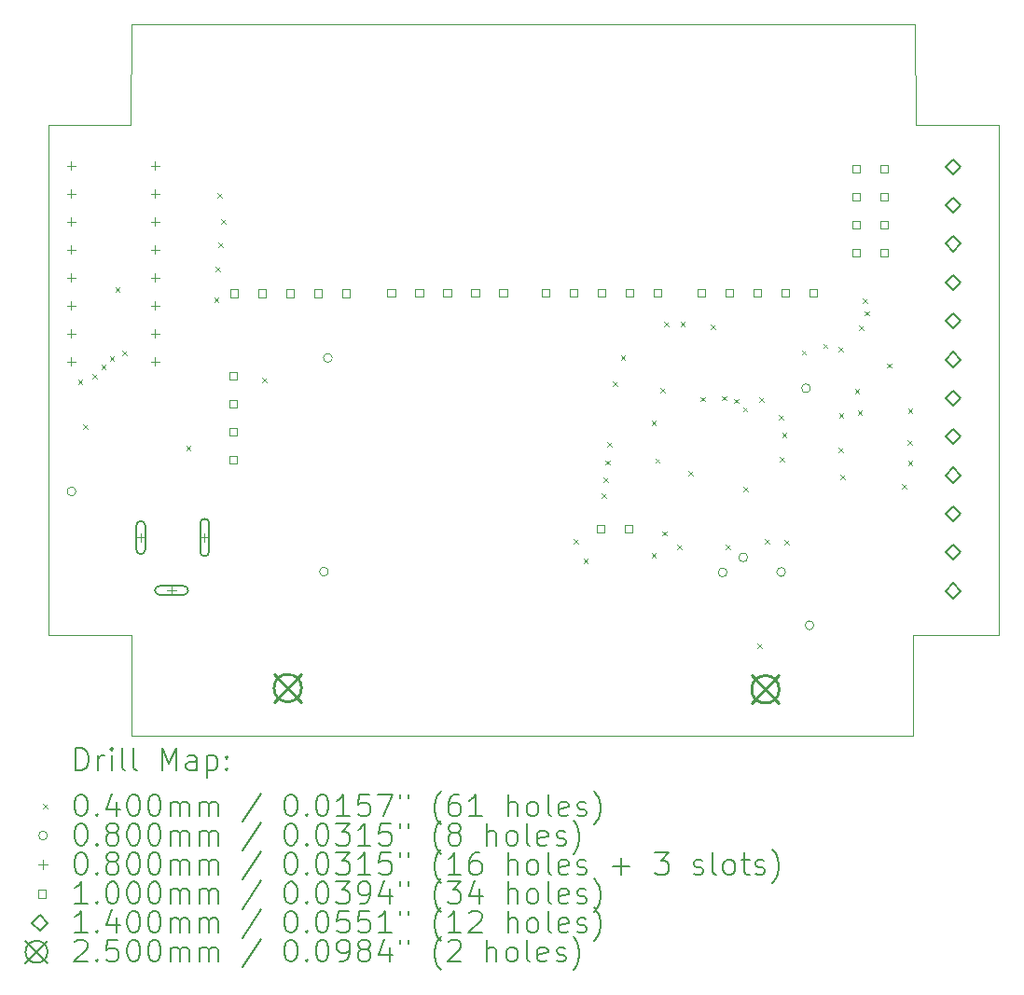
<source format=gbr>
%TF.GenerationSoftware,KiCad,Pcbnew,(6.0.10-0)*%
%TF.CreationDate,2023-01-26T22:23:55-06:00*%
%TF.ProjectId,spudglo_driver_v4p1,73707564-676c-46f5-9f64-72697665725f,rev?*%
%TF.SameCoordinates,Original*%
%TF.FileFunction,Drillmap*%
%TF.FilePolarity,Positive*%
%FSLAX45Y45*%
G04 Gerber Fmt 4.5, Leading zero omitted, Abs format (unit mm)*
G04 Created by KiCad (PCBNEW (6.0.10-0)) date 2023-01-26 22:23:55*
%MOMM*%
%LPD*%
G01*
G04 APERTURE LIST*
%ADD10C,0.100000*%
%ADD11C,0.200000*%
%ADD12C,0.040000*%
%ADD13C,0.080000*%
%ADD14C,0.140000*%
%ADD15C,0.250000*%
G04 APERTURE END LIST*
D10*
X20060000Y-8010000D02*
X20813510Y-8008078D01*
X20055520Y-7093780D02*
X20060000Y-8010000D01*
X12936540Y-8008620D02*
X12940000Y-7094000D01*
X20038310Y-12639000D02*
X20816300Y-12639000D01*
X20038310Y-12639000D02*
X20038310Y-13554000D01*
X12185000Y-12639922D02*
X12940000Y-12640000D01*
X12938570Y-13554000D02*
X12940000Y-12640000D01*
X12185000Y-8009000D02*
X12936540Y-8008620D01*
X20038310Y-13554000D02*
X12938570Y-13554000D01*
X20813510Y-8008078D02*
X20816300Y-12639000D01*
X12185000Y-12639922D02*
X12185000Y-8009000D01*
X12940000Y-7094000D02*
X20055520Y-7093780D01*
D11*
D12*
X12457000Y-10322000D02*
X12497000Y-10362000D01*
X12497000Y-10322000D02*
X12457000Y-10362000D01*
X12503000Y-10731000D02*
X12543000Y-10771000D01*
X12543000Y-10731000D02*
X12503000Y-10771000D01*
X12590000Y-10272000D02*
X12630000Y-10312000D01*
X12630000Y-10272000D02*
X12590000Y-10312000D01*
X12669000Y-10187000D02*
X12709000Y-10227000D01*
X12709000Y-10187000D02*
X12669000Y-10227000D01*
X12745500Y-10113500D02*
X12785500Y-10153500D01*
X12785500Y-10113500D02*
X12745500Y-10153500D01*
X12795000Y-9483000D02*
X12835000Y-9523000D01*
X12835000Y-9483000D02*
X12795000Y-9523000D01*
X12856000Y-10062000D02*
X12896000Y-10102000D01*
X12896000Y-10062000D02*
X12856000Y-10102000D01*
X13438000Y-10927000D02*
X13478000Y-10967000D01*
X13478000Y-10927000D02*
X13438000Y-10967000D01*
X13693000Y-9576000D02*
X13733000Y-9616000D01*
X13733000Y-9576000D02*
X13693000Y-9616000D01*
X13703500Y-9298500D02*
X13743500Y-9338500D01*
X13743500Y-9298500D02*
X13703500Y-9338500D01*
X13725000Y-8633000D02*
X13765000Y-8673000D01*
X13765000Y-8633000D02*
X13725000Y-8673000D01*
X13730000Y-9079000D02*
X13770000Y-9119000D01*
X13770000Y-9079000D02*
X13730000Y-9119000D01*
X13757000Y-8865000D02*
X13797000Y-8905000D01*
X13797000Y-8865000D02*
X13757000Y-8905000D01*
X14130000Y-10310000D02*
X14170000Y-10350000D01*
X14170000Y-10310000D02*
X14130000Y-10350000D01*
X16957000Y-11773000D02*
X16997000Y-11813000D01*
X16997000Y-11773000D02*
X16957000Y-11813000D01*
X17046000Y-11952000D02*
X17086000Y-11992000D01*
X17086000Y-11952000D02*
X17046000Y-11992000D01*
X17208000Y-11358000D02*
X17248000Y-11398000D01*
X17248000Y-11358000D02*
X17208000Y-11398000D01*
X17228000Y-11213000D02*
X17268000Y-11253000D01*
X17268000Y-11213000D02*
X17228000Y-11253000D01*
X17244000Y-11057000D02*
X17284000Y-11097000D01*
X17284000Y-11057000D02*
X17244000Y-11097000D01*
X17260000Y-10889000D02*
X17300000Y-10929000D01*
X17300000Y-10889000D02*
X17260000Y-10929000D01*
X17311000Y-10343000D02*
X17351000Y-10383000D01*
X17351000Y-10343000D02*
X17311000Y-10383000D01*
X17384000Y-10107000D02*
X17424000Y-10147000D01*
X17424000Y-10107000D02*
X17384000Y-10147000D01*
X17662680Y-11899320D02*
X17702680Y-11939320D01*
X17702680Y-11899320D02*
X17662680Y-11939320D01*
X17664000Y-10697000D02*
X17704000Y-10737000D01*
X17704000Y-10697000D02*
X17664000Y-10737000D01*
X17697000Y-11040000D02*
X17737000Y-11080000D01*
X17737000Y-11040000D02*
X17697000Y-11080000D01*
X17746000Y-10401000D02*
X17786000Y-10441000D01*
X17786000Y-10401000D02*
X17746000Y-10441000D01*
X17763000Y-11701000D02*
X17803000Y-11741000D01*
X17803000Y-11701000D02*
X17763000Y-11741000D01*
X17776093Y-9798844D02*
X17816093Y-9838844D01*
X17816093Y-9798844D02*
X17776093Y-9838844D01*
X17894000Y-11822000D02*
X17934000Y-11862000D01*
X17934000Y-11822000D02*
X17894000Y-11862000D01*
X17926000Y-9797429D02*
X17966000Y-9837429D01*
X17966000Y-9797429D02*
X17926000Y-9837429D01*
X18001069Y-11152932D02*
X18041069Y-11192931D01*
X18041069Y-11152932D02*
X18001069Y-11192931D01*
X18106500Y-10480500D02*
X18146500Y-10520500D01*
X18146500Y-10480500D02*
X18106500Y-10520500D01*
X18199000Y-9826000D02*
X18239000Y-9866000D01*
X18239000Y-9826000D02*
X18199000Y-9866000D01*
X18301000Y-10473000D02*
X18341000Y-10513000D01*
X18341000Y-10473000D02*
X18301000Y-10513000D01*
X18335000Y-11825000D02*
X18375000Y-11865000D01*
X18375000Y-11825000D02*
X18335000Y-11865000D01*
X18416000Y-10497000D02*
X18456000Y-10537000D01*
X18456000Y-10497000D02*
X18416000Y-10537000D01*
X18494000Y-10575000D02*
X18534000Y-10615000D01*
X18534000Y-10575000D02*
X18494000Y-10615000D01*
X18496000Y-11297000D02*
X18536000Y-11337000D01*
X18536000Y-11297000D02*
X18496000Y-11337000D01*
X18623000Y-12718000D02*
X18663000Y-12758000D01*
X18663000Y-12718000D02*
X18623000Y-12758000D01*
X18642000Y-10486000D02*
X18682000Y-10526000D01*
X18682000Y-10486000D02*
X18642000Y-10526000D01*
X18693000Y-11773000D02*
X18733000Y-11813000D01*
X18733000Y-11773000D02*
X18693000Y-11813000D01*
X18817000Y-10648000D02*
X18857000Y-10688000D01*
X18857000Y-10648000D02*
X18817000Y-10688000D01*
X18826500Y-11024500D02*
X18866500Y-11064500D01*
X18866500Y-11024500D02*
X18826500Y-11064500D01*
X18848000Y-10807000D02*
X18888000Y-10847000D01*
X18888000Y-10807000D02*
X18848000Y-10847000D01*
X18873000Y-11782000D02*
X18913000Y-11822000D01*
X18913000Y-11782000D02*
X18873000Y-11822000D01*
X19026000Y-10057000D02*
X19066000Y-10097000D01*
X19066000Y-10057000D02*
X19026000Y-10097000D01*
X19222000Y-9997000D02*
X19262000Y-10037000D01*
X19262000Y-9997000D02*
X19222000Y-10037000D01*
X19359000Y-10030000D02*
X19399000Y-10070000D01*
X19399000Y-10030000D02*
X19359000Y-10070000D01*
X19361000Y-10940000D02*
X19401000Y-10980000D01*
X19401000Y-10940000D02*
X19361000Y-10980000D01*
X19366000Y-10631000D02*
X19406000Y-10671000D01*
X19406000Y-10631000D02*
X19366000Y-10671000D01*
X19376000Y-11189000D02*
X19416000Y-11229000D01*
X19416000Y-11189000D02*
X19376000Y-11229000D01*
X19509000Y-10411000D02*
X19549000Y-10451000D01*
X19549000Y-10411000D02*
X19509000Y-10451000D01*
X19535000Y-10605000D02*
X19575000Y-10645000D01*
X19575000Y-10605000D02*
X19535000Y-10645000D01*
X19546000Y-9830000D02*
X19586000Y-9870000D01*
X19586000Y-9830000D02*
X19546000Y-9870000D01*
X19580981Y-9589337D02*
X19620981Y-9629337D01*
X19620981Y-9589337D02*
X19580981Y-9629337D01*
X19597000Y-9702000D02*
X19637000Y-9742000D01*
X19637000Y-9702000D02*
X19597000Y-9742000D01*
X19804000Y-10176000D02*
X19844000Y-10216000D01*
X19844000Y-10176000D02*
X19804000Y-10216000D01*
X19938000Y-11274000D02*
X19978000Y-11314000D01*
X19978000Y-11274000D02*
X19938000Y-11314000D01*
X19990000Y-10874000D02*
X20030000Y-10914000D01*
X20030000Y-10874000D02*
X19990000Y-10914000D01*
X19991000Y-11058000D02*
X20031000Y-11098000D01*
X20031000Y-11058000D02*
X19991000Y-11098000D01*
X19993000Y-10589000D02*
X20033000Y-10629000D01*
X20033000Y-10589000D02*
X19993000Y-10629000D01*
D13*
X12437000Y-11339000D02*
G75*
G03*
X12437000Y-11339000I-40000J0D01*
G01*
X14730000Y-12067000D02*
G75*
G03*
X14730000Y-12067000I-40000J0D01*
G01*
X14765000Y-10127000D02*
G75*
G03*
X14765000Y-10127000I-40000J0D01*
G01*
X18349000Y-12074000D02*
G75*
G03*
X18349000Y-12074000I-40000J0D01*
G01*
X18536000Y-11937000D02*
G75*
G03*
X18536000Y-11937000I-40000J0D01*
G01*
X18880000Y-12070000D02*
G75*
G03*
X18880000Y-12070000I-40000J0D01*
G01*
X19106000Y-10402000D02*
G75*
G03*
X19106000Y-10402000I-40000J0D01*
G01*
X19137000Y-12554000D02*
G75*
G03*
X19137000Y-12554000I-40000J0D01*
G01*
X12395200Y-8342000D02*
X12395200Y-8422000D01*
X12355200Y-8382000D02*
X12435200Y-8382000D01*
X12395200Y-8596000D02*
X12395200Y-8676000D01*
X12355200Y-8636000D02*
X12435200Y-8636000D01*
X12395200Y-8850000D02*
X12395200Y-8930000D01*
X12355200Y-8890000D02*
X12435200Y-8890000D01*
X12395200Y-9104000D02*
X12395200Y-9184000D01*
X12355200Y-9144000D02*
X12435200Y-9144000D01*
X12395200Y-9358000D02*
X12395200Y-9438000D01*
X12355200Y-9398000D02*
X12435200Y-9398000D01*
X12395200Y-9612000D02*
X12395200Y-9692000D01*
X12355200Y-9652000D02*
X12435200Y-9652000D01*
X12395200Y-9866000D02*
X12395200Y-9946000D01*
X12355200Y-9906000D02*
X12435200Y-9906000D01*
X12395200Y-10120000D02*
X12395200Y-10200000D01*
X12355200Y-10160000D02*
X12435200Y-10160000D01*
X13026500Y-11717000D02*
X13026500Y-11797000D01*
X12986500Y-11757000D02*
X13066500Y-11757000D01*
D11*
X12986500Y-11647000D02*
X12986500Y-11867000D01*
X13066500Y-11647000D02*
X13066500Y-11867000D01*
X12986500Y-11867000D02*
G75*
G03*
X13066500Y-11867000I40000J0D01*
G01*
X13066500Y-11647000D02*
G75*
G03*
X12986500Y-11647000I-40000J0D01*
G01*
D13*
X13157200Y-8342000D02*
X13157200Y-8422000D01*
X13117200Y-8382000D02*
X13197200Y-8382000D01*
X13157200Y-8596000D02*
X13157200Y-8676000D01*
X13117200Y-8636000D02*
X13197200Y-8636000D01*
X13157200Y-8850000D02*
X13157200Y-8930000D01*
X13117200Y-8890000D02*
X13197200Y-8890000D01*
X13157200Y-9104000D02*
X13157200Y-9184000D01*
X13117200Y-9144000D02*
X13197200Y-9144000D01*
X13157200Y-9358000D02*
X13157200Y-9438000D01*
X13117200Y-9398000D02*
X13197200Y-9398000D01*
X13157200Y-9612000D02*
X13157200Y-9692000D01*
X13117200Y-9652000D02*
X13197200Y-9652000D01*
X13157200Y-9866000D02*
X13157200Y-9946000D01*
X13117200Y-9906000D02*
X13197200Y-9906000D01*
X13157200Y-10120000D02*
X13157200Y-10200000D01*
X13117200Y-10160000D02*
X13197200Y-10160000D01*
X13306500Y-12197000D02*
X13306500Y-12277000D01*
X13266500Y-12237000D02*
X13346500Y-12237000D01*
D11*
X13196500Y-12277000D02*
X13416500Y-12277000D01*
X13196500Y-12197000D02*
X13416500Y-12197000D01*
X13416500Y-12277000D02*
G75*
G03*
X13416500Y-12197000I0J40000D01*
G01*
X13196500Y-12197000D02*
G75*
G03*
X13196500Y-12277000I0J-40000D01*
G01*
D13*
X13606500Y-11717000D02*
X13606500Y-11797000D01*
X13566500Y-11757000D02*
X13646500Y-11757000D01*
D11*
X13566500Y-11627000D02*
X13566500Y-11887000D01*
X13646500Y-11627000D02*
X13646500Y-11887000D01*
X13566500Y-11887000D02*
G75*
G03*
X13646500Y-11887000I40000J0D01*
G01*
X13646500Y-11627000D02*
G75*
G03*
X13566500Y-11627000I-40000J0D01*
G01*
D10*
X13899356Y-10322356D02*
X13899356Y-10251644D01*
X13828644Y-10251644D01*
X13828644Y-10322356D01*
X13899356Y-10322356D01*
X13899356Y-10576356D02*
X13899356Y-10505644D01*
X13828644Y-10505644D01*
X13828644Y-10576356D01*
X13899356Y-10576356D01*
X13899356Y-10830356D02*
X13899356Y-10759644D01*
X13828644Y-10759644D01*
X13828644Y-10830356D01*
X13899356Y-10830356D01*
X13899356Y-11084356D02*
X13899356Y-11013644D01*
X13828644Y-11013644D01*
X13828644Y-11084356D01*
X13899356Y-11084356D01*
X13909600Y-9575586D02*
X13909600Y-9504875D01*
X13838889Y-9504875D01*
X13838889Y-9575586D01*
X13909600Y-9575586D01*
X14163600Y-9575586D02*
X14163600Y-9504875D01*
X14092889Y-9504875D01*
X14092889Y-9575586D01*
X14163600Y-9575586D01*
X14417600Y-9575586D02*
X14417600Y-9504875D01*
X14346889Y-9504875D01*
X14346889Y-9575586D01*
X14417600Y-9575586D01*
X14671600Y-9575586D02*
X14671600Y-9504875D01*
X14600889Y-9504875D01*
X14600889Y-9575586D01*
X14671600Y-9575586D01*
X14925600Y-9575586D02*
X14925600Y-9504875D01*
X14854889Y-9504875D01*
X14854889Y-9575586D01*
X14925600Y-9575586D01*
X15335469Y-9573094D02*
X15335469Y-9502383D01*
X15264758Y-9502383D01*
X15264758Y-9573094D01*
X15335469Y-9573094D01*
X15589469Y-9573094D02*
X15589469Y-9502383D01*
X15518758Y-9502383D01*
X15518758Y-9573094D01*
X15589469Y-9573094D01*
X15843469Y-9573094D02*
X15843469Y-9502383D01*
X15772758Y-9502383D01*
X15772758Y-9573094D01*
X15843469Y-9573094D01*
X16097469Y-9573094D02*
X16097469Y-9502383D01*
X16026758Y-9502383D01*
X16026758Y-9573094D01*
X16097469Y-9573094D01*
X16351469Y-9573094D02*
X16351469Y-9502383D01*
X16280758Y-9502383D01*
X16280758Y-9573094D01*
X16351469Y-9573094D01*
X16735127Y-9570786D02*
X16735127Y-9500075D01*
X16664416Y-9500075D01*
X16664416Y-9570786D01*
X16735127Y-9570786D01*
X16989127Y-9570786D02*
X16989127Y-9500075D01*
X16918416Y-9500075D01*
X16918416Y-9570786D01*
X16989127Y-9570786D01*
X17238356Y-11713356D02*
X17238356Y-11642644D01*
X17167644Y-11642644D01*
X17167644Y-11713356D01*
X17238356Y-11713356D01*
X17243127Y-9570786D02*
X17243127Y-9500075D01*
X17172416Y-9500075D01*
X17172416Y-9570786D01*
X17243127Y-9570786D01*
X17492356Y-11713356D02*
X17492356Y-11642644D01*
X17421644Y-11642644D01*
X17421644Y-11713356D01*
X17492356Y-11713356D01*
X17497127Y-9570786D02*
X17497127Y-9500075D01*
X17426416Y-9500075D01*
X17426416Y-9570786D01*
X17497127Y-9570786D01*
X17751127Y-9570786D02*
X17751127Y-9500075D01*
X17680416Y-9500075D01*
X17680416Y-9570786D01*
X17751127Y-9570786D01*
X18149426Y-9569374D02*
X18149426Y-9498663D01*
X18078715Y-9498663D01*
X18078715Y-9569374D01*
X18149426Y-9569374D01*
X18403426Y-9569374D02*
X18403426Y-9498663D01*
X18332715Y-9498663D01*
X18332715Y-9569374D01*
X18403426Y-9569374D01*
X18657426Y-9569374D02*
X18657426Y-9498663D01*
X18586715Y-9498663D01*
X18586715Y-9569374D01*
X18657426Y-9569374D01*
X18911426Y-9569374D02*
X18911426Y-9498663D01*
X18840715Y-9498663D01*
X18840715Y-9569374D01*
X18911426Y-9569374D01*
X19165426Y-9569374D02*
X19165426Y-9498663D01*
X19094715Y-9498663D01*
X19094715Y-9569374D01*
X19165426Y-9569374D01*
X19555896Y-8442896D02*
X19555896Y-8372184D01*
X19485184Y-8372184D01*
X19485184Y-8442896D01*
X19555896Y-8442896D01*
X19555896Y-8696896D02*
X19555896Y-8626184D01*
X19485184Y-8626184D01*
X19485184Y-8696896D01*
X19555896Y-8696896D01*
X19555896Y-8950896D02*
X19555896Y-8880184D01*
X19485184Y-8880184D01*
X19485184Y-8950896D01*
X19555896Y-8950896D01*
X19555896Y-9204896D02*
X19555896Y-9134184D01*
X19485184Y-9134184D01*
X19485184Y-9204896D01*
X19555896Y-9204896D01*
X19809896Y-8442896D02*
X19809896Y-8372184D01*
X19739184Y-8372184D01*
X19739184Y-8442896D01*
X19809896Y-8442896D01*
X19809896Y-8696896D02*
X19809896Y-8626184D01*
X19739184Y-8626184D01*
X19739184Y-8696896D01*
X19809896Y-8696896D01*
X19809896Y-8950896D02*
X19809896Y-8880184D01*
X19739184Y-8880184D01*
X19739184Y-8950896D01*
X19809896Y-8950896D01*
X19809896Y-9204896D02*
X19809896Y-9134184D01*
X19739184Y-9134184D01*
X19739184Y-9204896D01*
X19809896Y-9204896D01*
D14*
X20401000Y-8461000D02*
X20471000Y-8391000D01*
X20401000Y-8321000D01*
X20331000Y-8391000D01*
X20401000Y-8461000D01*
X20401000Y-8811000D02*
X20471000Y-8741000D01*
X20401000Y-8671000D01*
X20331000Y-8741000D01*
X20401000Y-8811000D01*
X20401000Y-9161000D02*
X20471000Y-9091000D01*
X20401000Y-9021000D01*
X20331000Y-9091000D01*
X20401000Y-9161000D01*
X20401000Y-9511000D02*
X20471000Y-9441000D01*
X20401000Y-9371000D01*
X20331000Y-9441000D01*
X20401000Y-9511000D01*
X20401000Y-9861000D02*
X20471000Y-9791000D01*
X20401000Y-9721000D01*
X20331000Y-9791000D01*
X20401000Y-9861000D01*
X20401000Y-10211000D02*
X20471000Y-10141000D01*
X20401000Y-10071000D01*
X20331000Y-10141000D01*
X20401000Y-10211000D01*
X20401000Y-10561000D02*
X20471000Y-10491000D01*
X20401000Y-10421000D01*
X20331000Y-10491000D01*
X20401000Y-10561000D01*
X20401000Y-10911000D02*
X20471000Y-10841000D01*
X20401000Y-10771000D01*
X20331000Y-10841000D01*
X20401000Y-10911000D01*
X20401000Y-11261000D02*
X20471000Y-11191000D01*
X20401000Y-11121000D01*
X20331000Y-11191000D01*
X20401000Y-11261000D01*
X20401000Y-11611000D02*
X20471000Y-11541000D01*
X20401000Y-11471000D01*
X20331000Y-11541000D01*
X20401000Y-11611000D01*
X20401000Y-11961000D02*
X20471000Y-11891000D01*
X20401000Y-11821000D01*
X20331000Y-11891000D01*
X20401000Y-11961000D01*
X20401000Y-12311000D02*
X20471000Y-12241000D01*
X20401000Y-12171000D01*
X20331000Y-12241000D01*
X20401000Y-12311000D01*
D15*
X14236000Y-12999000D02*
X14486000Y-13249000D01*
X14486000Y-12999000D02*
X14236000Y-13249000D01*
X14486000Y-13124000D02*
G75*
G03*
X14486000Y-13124000I-125000J0D01*
G01*
X18572400Y-13010800D02*
X18822400Y-13260800D01*
X18822400Y-13010800D02*
X18572400Y-13260800D01*
X18822400Y-13135800D02*
G75*
G03*
X18822400Y-13135800I-125000J0D01*
G01*
D11*
X12437619Y-13869476D02*
X12437619Y-13669476D01*
X12485238Y-13669476D01*
X12513809Y-13679000D01*
X12532857Y-13698048D01*
X12542381Y-13717095D01*
X12551905Y-13755190D01*
X12551905Y-13783762D01*
X12542381Y-13821857D01*
X12532857Y-13840905D01*
X12513809Y-13859952D01*
X12485238Y-13869476D01*
X12437619Y-13869476D01*
X12637619Y-13869476D02*
X12637619Y-13736143D01*
X12637619Y-13774238D02*
X12647143Y-13755190D01*
X12656667Y-13745667D01*
X12675714Y-13736143D01*
X12694762Y-13736143D01*
X12761428Y-13869476D02*
X12761428Y-13736143D01*
X12761428Y-13669476D02*
X12751905Y-13679000D01*
X12761428Y-13688524D01*
X12770952Y-13679000D01*
X12761428Y-13669476D01*
X12761428Y-13688524D01*
X12885238Y-13869476D02*
X12866190Y-13859952D01*
X12856667Y-13840905D01*
X12856667Y-13669476D01*
X12990000Y-13869476D02*
X12970952Y-13859952D01*
X12961428Y-13840905D01*
X12961428Y-13669476D01*
X13218571Y-13869476D02*
X13218571Y-13669476D01*
X13285238Y-13812333D01*
X13351905Y-13669476D01*
X13351905Y-13869476D01*
X13532857Y-13869476D02*
X13532857Y-13764714D01*
X13523333Y-13745667D01*
X13504286Y-13736143D01*
X13466190Y-13736143D01*
X13447143Y-13745667D01*
X13532857Y-13859952D02*
X13513809Y-13869476D01*
X13466190Y-13869476D01*
X13447143Y-13859952D01*
X13437619Y-13840905D01*
X13437619Y-13821857D01*
X13447143Y-13802809D01*
X13466190Y-13793286D01*
X13513809Y-13793286D01*
X13532857Y-13783762D01*
X13628095Y-13736143D02*
X13628095Y-13936143D01*
X13628095Y-13745667D02*
X13647143Y-13736143D01*
X13685238Y-13736143D01*
X13704286Y-13745667D01*
X13713809Y-13755190D01*
X13723333Y-13774238D01*
X13723333Y-13831381D01*
X13713809Y-13850428D01*
X13704286Y-13859952D01*
X13685238Y-13869476D01*
X13647143Y-13869476D01*
X13628095Y-13859952D01*
X13809048Y-13850428D02*
X13818571Y-13859952D01*
X13809048Y-13869476D01*
X13799524Y-13859952D01*
X13809048Y-13850428D01*
X13809048Y-13869476D01*
X13809048Y-13745667D02*
X13818571Y-13755190D01*
X13809048Y-13764714D01*
X13799524Y-13755190D01*
X13809048Y-13745667D01*
X13809048Y-13764714D01*
D12*
X12140000Y-14179000D02*
X12180000Y-14219000D01*
X12180000Y-14179000D02*
X12140000Y-14219000D01*
D11*
X12475714Y-14089476D02*
X12494762Y-14089476D01*
X12513809Y-14099000D01*
X12523333Y-14108524D01*
X12532857Y-14127571D01*
X12542381Y-14165667D01*
X12542381Y-14213286D01*
X12532857Y-14251381D01*
X12523333Y-14270428D01*
X12513809Y-14279952D01*
X12494762Y-14289476D01*
X12475714Y-14289476D01*
X12456667Y-14279952D01*
X12447143Y-14270428D01*
X12437619Y-14251381D01*
X12428095Y-14213286D01*
X12428095Y-14165667D01*
X12437619Y-14127571D01*
X12447143Y-14108524D01*
X12456667Y-14099000D01*
X12475714Y-14089476D01*
X12628095Y-14270428D02*
X12637619Y-14279952D01*
X12628095Y-14289476D01*
X12618571Y-14279952D01*
X12628095Y-14270428D01*
X12628095Y-14289476D01*
X12809048Y-14156143D02*
X12809048Y-14289476D01*
X12761428Y-14079952D02*
X12713809Y-14222809D01*
X12837619Y-14222809D01*
X12951905Y-14089476D02*
X12970952Y-14089476D01*
X12990000Y-14099000D01*
X12999524Y-14108524D01*
X13009048Y-14127571D01*
X13018571Y-14165667D01*
X13018571Y-14213286D01*
X13009048Y-14251381D01*
X12999524Y-14270428D01*
X12990000Y-14279952D01*
X12970952Y-14289476D01*
X12951905Y-14289476D01*
X12932857Y-14279952D01*
X12923333Y-14270428D01*
X12913809Y-14251381D01*
X12904286Y-14213286D01*
X12904286Y-14165667D01*
X12913809Y-14127571D01*
X12923333Y-14108524D01*
X12932857Y-14099000D01*
X12951905Y-14089476D01*
X13142381Y-14089476D02*
X13161428Y-14089476D01*
X13180476Y-14099000D01*
X13190000Y-14108524D01*
X13199524Y-14127571D01*
X13209048Y-14165667D01*
X13209048Y-14213286D01*
X13199524Y-14251381D01*
X13190000Y-14270428D01*
X13180476Y-14279952D01*
X13161428Y-14289476D01*
X13142381Y-14289476D01*
X13123333Y-14279952D01*
X13113809Y-14270428D01*
X13104286Y-14251381D01*
X13094762Y-14213286D01*
X13094762Y-14165667D01*
X13104286Y-14127571D01*
X13113809Y-14108524D01*
X13123333Y-14099000D01*
X13142381Y-14089476D01*
X13294762Y-14289476D02*
X13294762Y-14156143D01*
X13294762Y-14175190D02*
X13304286Y-14165667D01*
X13323333Y-14156143D01*
X13351905Y-14156143D01*
X13370952Y-14165667D01*
X13380476Y-14184714D01*
X13380476Y-14289476D01*
X13380476Y-14184714D02*
X13390000Y-14165667D01*
X13409048Y-14156143D01*
X13437619Y-14156143D01*
X13456667Y-14165667D01*
X13466190Y-14184714D01*
X13466190Y-14289476D01*
X13561428Y-14289476D02*
X13561428Y-14156143D01*
X13561428Y-14175190D02*
X13570952Y-14165667D01*
X13590000Y-14156143D01*
X13618571Y-14156143D01*
X13637619Y-14165667D01*
X13647143Y-14184714D01*
X13647143Y-14289476D01*
X13647143Y-14184714D02*
X13656667Y-14165667D01*
X13675714Y-14156143D01*
X13704286Y-14156143D01*
X13723333Y-14165667D01*
X13732857Y-14184714D01*
X13732857Y-14289476D01*
X14123333Y-14079952D02*
X13951905Y-14337095D01*
X14380476Y-14089476D02*
X14399524Y-14089476D01*
X14418571Y-14099000D01*
X14428095Y-14108524D01*
X14437619Y-14127571D01*
X14447143Y-14165667D01*
X14447143Y-14213286D01*
X14437619Y-14251381D01*
X14428095Y-14270428D01*
X14418571Y-14279952D01*
X14399524Y-14289476D01*
X14380476Y-14289476D01*
X14361428Y-14279952D01*
X14351905Y-14270428D01*
X14342381Y-14251381D01*
X14332857Y-14213286D01*
X14332857Y-14165667D01*
X14342381Y-14127571D01*
X14351905Y-14108524D01*
X14361428Y-14099000D01*
X14380476Y-14089476D01*
X14532857Y-14270428D02*
X14542381Y-14279952D01*
X14532857Y-14289476D01*
X14523333Y-14279952D01*
X14532857Y-14270428D01*
X14532857Y-14289476D01*
X14666190Y-14089476D02*
X14685238Y-14089476D01*
X14704286Y-14099000D01*
X14713809Y-14108524D01*
X14723333Y-14127571D01*
X14732857Y-14165667D01*
X14732857Y-14213286D01*
X14723333Y-14251381D01*
X14713809Y-14270428D01*
X14704286Y-14279952D01*
X14685238Y-14289476D01*
X14666190Y-14289476D01*
X14647143Y-14279952D01*
X14637619Y-14270428D01*
X14628095Y-14251381D01*
X14618571Y-14213286D01*
X14618571Y-14165667D01*
X14628095Y-14127571D01*
X14637619Y-14108524D01*
X14647143Y-14099000D01*
X14666190Y-14089476D01*
X14923333Y-14289476D02*
X14809048Y-14289476D01*
X14866190Y-14289476D02*
X14866190Y-14089476D01*
X14847143Y-14118048D01*
X14828095Y-14137095D01*
X14809048Y-14146619D01*
X15104286Y-14089476D02*
X15009048Y-14089476D01*
X14999524Y-14184714D01*
X15009048Y-14175190D01*
X15028095Y-14165667D01*
X15075714Y-14165667D01*
X15094762Y-14175190D01*
X15104286Y-14184714D01*
X15113809Y-14203762D01*
X15113809Y-14251381D01*
X15104286Y-14270428D01*
X15094762Y-14279952D01*
X15075714Y-14289476D01*
X15028095Y-14289476D01*
X15009048Y-14279952D01*
X14999524Y-14270428D01*
X15180476Y-14089476D02*
X15313809Y-14089476D01*
X15228095Y-14289476D01*
X15380476Y-14089476D02*
X15380476Y-14127571D01*
X15456667Y-14089476D02*
X15456667Y-14127571D01*
X15751905Y-14365667D02*
X15742381Y-14356143D01*
X15723333Y-14327571D01*
X15713809Y-14308524D01*
X15704286Y-14279952D01*
X15694762Y-14232333D01*
X15694762Y-14194238D01*
X15704286Y-14146619D01*
X15713809Y-14118048D01*
X15723333Y-14099000D01*
X15742381Y-14070428D01*
X15751905Y-14060905D01*
X15913809Y-14089476D02*
X15875714Y-14089476D01*
X15856667Y-14099000D01*
X15847143Y-14108524D01*
X15828095Y-14137095D01*
X15818571Y-14175190D01*
X15818571Y-14251381D01*
X15828095Y-14270428D01*
X15837619Y-14279952D01*
X15856667Y-14289476D01*
X15894762Y-14289476D01*
X15913809Y-14279952D01*
X15923333Y-14270428D01*
X15932857Y-14251381D01*
X15932857Y-14203762D01*
X15923333Y-14184714D01*
X15913809Y-14175190D01*
X15894762Y-14165667D01*
X15856667Y-14165667D01*
X15837619Y-14175190D01*
X15828095Y-14184714D01*
X15818571Y-14203762D01*
X16123333Y-14289476D02*
X16009048Y-14289476D01*
X16066190Y-14289476D02*
X16066190Y-14089476D01*
X16047143Y-14118048D01*
X16028095Y-14137095D01*
X16009048Y-14146619D01*
X16361428Y-14289476D02*
X16361428Y-14089476D01*
X16447143Y-14289476D02*
X16447143Y-14184714D01*
X16437619Y-14165667D01*
X16418571Y-14156143D01*
X16390000Y-14156143D01*
X16370952Y-14165667D01*
X16361428Y-14175190D01*
X16570952Y-14289476D02*
X16551905Y-14279952D01*
X16542381Y-14270428D01*
X16532857Y-14251381D01*
X16532857Y-14194238D01*
X16542381Y-14175190D01*
X16551905Y-14165667D01*
X16570952Y-14156143D01*
X16599524Y-14156143D01*
X16618571Y-14165667D01*
X16628095Y-14175190D01*
X16637619Y-14194238D01*
X16637619Y-14251381D01*
X16628095Y-14270428D01*
X16618571Y-14279952D01*
X16599524Y-14289476D01*
X16570952Y-14289476D01*
X16751905Y-14289476D02*
X16732857Y-14279952D01*
X16723333Y-14260905D01*
X16723333Y-14089476D01*
X16904286Y-14279952D02*
X16885238Y-14289476D01*
X16847143Y-14289476D01*
X16828095Y-14279952D01*
X16818571Y-14260905D01*
X16818571Y-14184714D01*
X16828095Y-14165667D01*
X16847143Y-14156143D01*
X16885238Y-14156143D01*
X16904286Y-14165667D01*
X16913810Y-14184714D01*
X16913810Y-14203762D01*
X16818571Y-14222809D01*
X16990000Y-14279952D02*
X17009048Y-14289476D01*
X17047143Y-14289476D01*
X17066190Y-14279952D01*
X17075714Y-14260905D01*
X17075714Y-14251381D01*
X17066190Y-14232333D01*
X17047143Y-14222809D01*
X17018571Y-14222809D01*
X16999524Y-14213286D01*
X16990000Y-14194238D01*
X16990000Y-14184714D01*
X16999524Y-14165667D01*
X17018571Y-14156143D01*
X17047143Y-14156143D01*
X17066190Y-14165667D01*
X17142381Y-14365667D02*
X17151905Y-14356143D01*
X17170952Y-14327571D01*
X17180476Y-14308524D01*
X17190000Y-14279952D01*
X17199524Y-14232333D01*
X17199524Y-14194238D01*
X17190000Y-14146619D01*
X17180476Y-14118048D01*
X17170952Y-14099000D01*
X17151905Y-14070428D01*
X17142381Y-14060905D01*
D13*
X12180000Y-14463000D02*
G75*
G03*
X12180000Y-14463000I-40000J0D01*
G01*
D11*
X12475714Y-14353476D02*
X12494762Y-14353476D01*
X12513809Y-14363000D01*
X12523333Y-14372524D01*
X12532857Y-14391571D01*
X12542381Y-14429667D01*
X12542381Y-14477286D01*
X12532857Y-14515381D01*
X12523333Y-14534428D01*
X12513809Y-14543952D01*
X12494762Y-14553476D01*
X12475714Y-14553476D01*
X12456667Y-14543952D01*
X12447143Y-14534428D01*
X12437619Y-14515381D01*
X12428095Y-14477286D01*
X12428095Y-14429667D01*
X12437619Y-14391571D01*
X12447143Y-14372524D01*
X12456667Y-14363000D01*
X12475714Y-14353476D01*
X12628095Y-14534428D02*
X12637619Y-14543952D01*
X12628095Y-14553476D01*
X12618571Y-14543952D01*
X12628095Y-14534428D01*
X12628095Y-14553476D01*
X12751905Y-14439190D02*
X12732857Y-14429667D01*
X12723333Y-14420143D01*
X12713809Y-14401095D01*
X12713809Y-14391571D01*
X12723333Y-14372524D01*
X12732857Y-14363000D01*
X12751905Y-14353476D01*
X12790000Y-14353476D01*
X12809048Y-14363000D01*
X12818571Y-14372524D01*
X12828095Y-14391571D01*
X12828095Y-14401095D01*
X12818571Y-14420143D01*
X12809048Y-14429667D01*
X12790000Y-14439190D01*
X12751905Y-14439190D01*
X12732857Y-14448714D01*
X12723333Y-14458238D01*
X12713809Y-14477286D01*
X12713809Y-14515381D01*
X12723333Y-14534428D01*
X12732857Y-14543952D01*
X12751905Y-14553476D01*
X12790000Y-14553476D01*
X12809048Y-14543952D01*
X12818571Y-14534428D01*
X12828095Y-14515381D01*
X12828095Y-14477286D01*
X12818571Y-14458238D01*
X12809048Y-14448714D01*
X12790000Y-14439190D01*
X12951905Y-14353476D02*
X12970952Y-14353476D01*
X12990000Y-14363000D01*
X12999524Y-14372524D01*
X13009048Y-14391571D01*
X13018571Y-14429667D01*
X13018571Y-14477286D01*
X13009048Y-14515381D01*
X12999524Y-14534428D01*
X12990000Y-14543952D01*
X12970952Y-14553476D01*
X12951905Y-14553476D01*
X12932857Y-14543952D01*
X12923333Y-14534428D01*
X12913809Y-14515381D01*
X12904286Y-14477286D01*
X12904286Y-14429667D01*
X12913809Y-14391571D01*
X12923333Y-14372524D01*
X12932857Y-14363000D01*
X12951905Y-14353476D01*
X13142381Y-14353476D02*
X13161428Y-14353476D01*
X13180476Y-14363000D01*
X13190000Y-14372524D01*
X13199524Y-14391571D01*
X13209048Y-14429667D01*
X13209048Y-14477286D01*
X13199524Y-14515381D01*
X13190000Y-14534428D01*
X13180476Y-14543952D01*
X13161428Y-14553476D01*
X13142381Y-14553476D01*
X13123333Y-14543952D01*
X13113809Y-14534428D01*
X13104286Y-14515381D01*
X13094762Y-14477286D01*
X13094762Y-14429667D01*
X13104286Y-14391571D01*
X13113809Y-14372524D01*
X13123333Y-14363000D01*
X13142381Y-14353476D01*
X13294762Y-14553476D02*
X13294762Y-14420143D01*
X13294762Y-14439190D02*
X13304286Y-14429667D01*
X13323333Y-14420143D01*
X13351905Y-14420143D01*
X13370952Y-14429667D01*
X13380476Y-14448714D01*
X13380476Y-14553476D01*
X13380476Y-14448714D02*
X13390000Y-14429667D01*
X13409048Y-14420143D01*
X13437619Y-14420143D01*
X13456667Y-14429667D01*
X13466190Y-14448714D01*
X13466190Y-14553476D01*
X13561428Y-14553476D02*
X13561428Y-14420143D01*
X13561428Y-14439190D02*
X13570952Y-14429667D01*
X13590000Y-14420143D01*
X13618571Y-14420143D01*
X13637619Y-14429667D01*
X13647143Y-14448714D01*
X13647143Y-14553476D01*
X13647143Y-14448714D02*
X13656667Y-14429667D01*
X13675714Y-14420143D01*
X13704286Y-14420143D01*
X13723333Y-14429667D01*
X13732857Y-14448714D01*
X13732857Y-14553476D01*
X14123333Y-14343952D02*
X13951905Y-14601095D01*
X14380476Y-14353476D02*
X14399524Y-14353476D01*
X14418571Y-14363000D01*
X14428095Y-14372524D01*
X14437619Y-14391571D01*
X14447143Y-14429667D01*
X14447143Y-14477286D01*
X14437619Y-14515381D01*
X14428095Y-14534428D01*
X14418571Y-14543952D01*
X14399524Y-14553476D01*
X14380476Y-14553476D01*
X14361428Y-14543952D01*
X14351905Y-14534428D01*
X14342381Y-14515381D01*
X14332857Y-14477286D01*
X14332857Y-14429667D01*
X14342381Y-14391571D01*
X14351905Y-14372524D01*
X14361428Y-14363000D01*
X14380476Y-14353476D01*
X14532857Y-14534428D02*
X14542381Y-14543952D01*
X14532857Y-14553476D01*
X14523333Y-14543952D01*
X14532857Y-14534428D01*
X14532857Y-14553476D01*
X14666190Y-14353476D02*
X14685238Y-14353476D01*
X14704286Y-14363000D01*
X14713809Y-14372524D01*
X14723333Y-14391571D01*
X14732857Y-14429667D01*
X14732857Y-14477286D01*
X14723333Y-14515381D01*
X14713809Y-14534428D01*
X14704286Y-14543952D01*
X14685238Y-14553476D01*
X14666190Y-14553476D01*
X14647143Y-14543952D01*
X14637619Y-14534428D01*
X14628095Y-14515381D01*
X14618571Y-14477286D01*
X14618571Y-14429667D01*
X14628095Y-14391571D01*
X14637619Y-14372524D01*
X14647143Y-14363000D01*
X14666190Y-14353476D01*
X14799524Y-14353476D02*
X14923333Y-14353476D01*
X14856667Y-14429667D01*
X14885238Y-14429667D01*
X14904286Y-14439190D01*
X14913809Y-14448714D01*
X14923333Y-14467762D01*
X14923333Y-14515381D01*
X14913809Y-14534428D01*
X14904286Y-14543952D01*
X14885238Y-14553476D01*
X14828095Y-14553476D01*
X14809048Y-14543952D01*
X14799524Y-14534428D01*
X15113809Y-14553476D02*
X14999524Y-14553476D01*
X15056667Y-14553476D02*
X15056667Y-14353476D01*
X15037619Y-14382048D01*
X15018571Y-14401095D01*
X14999524Y-14410619D01*
X15294762Y-14353476D02*
X15199524Y-14353476D01*
X15190000Y-14448714D01*
X15199524Y-14439190D01*
X15218571Y-14429667D01*
X15266190Y-14429667D01*
X15285238Y-14439190D01*
X15294762Y-14448714D01*
X15304286Y-14467762D01*
X15304286Y-14515381D01*
X15294762Y-14534428D01*
X15285238Y-14543952D01*
X15266190Y-14553476D01*
X15218571Y-14553476D01*
X15199524Y-14543952D01*
X15190000Y-14534428D01*
X15380476Y-14353476D02*
X15380476Y-14391571D01*
X15456667Y-14353476D02*
X15456667Y-14391571D01*
X15751905Y-14629667D02*
X15742381Y-14620143D01*
X15723333Y-14591571D01*
X15713809Y-14572524D01*
X15704286Y-14543952D01*
X15694762Y-14496333D01*
X15694762Y-14458238D01*
X15704286Y-14410619D01*
X15713809Y-14382048D01*
X15723333Y-14363000D01*
X15742381Y-14334428D01*
X15751905Y-14324905D01*
X15856667Y-14439190D02*
X15837619Y-14429667D01*
X15828095Y-14420143D01*
X15818571Y-14401095D01*
X15818571Y-14391571D01*
X15828095Y-14372524D01*
X15837619Y-14363000D01*
X15856667Y-14353476D01*
X15894762Y-14353476D01*
X15913809Y-14363000D01*
X15923333Y-14372524D01*
X15932857Y-14391571D01*
X15932857Y-14401095D01*
X15923333Y-14420143D01*
X15913809Y-14429667D01*
X15894762Y-14439190D01*
X15856667Y-14439190D01*
X15837619Y-14448714D01*
X15828095Y-14458238D01*
X15818571Y-14477286D01*
X15818571Y-14515381D01*
X15828095Y-14534428D01*
X15837619Y-14543952D01*
X15856667Y-14553476D01*
X15894762Y-14553476D01*
X15913809Y-14543952D01*
X15923333Y-14534428D01*
X15932857Y-14515381D01*
X15932857Y-14477286D01*
X15923333Y-14458238D01*
X15913809Y-14448714D01*
X15894762Y-14439190D01*
X16170952Y-14553476D02*
X16170952Y-14353476D01*
X16256667Y-14553476D02*
X16256667Y-14448714D01*
X16247143Y-14429667D01*
X16228095Y-14420143D01*
X16199524Y-14420143D01*
X16180476Y-14429667D01*
X16170952Y-14439190D01*
X16380476Y-14553476D02*
X16361428Y-14543952D01*
X16351905Y-14534428D01*
X16342381Y-14515381D01*
X16342381Y-14458238D01*
X16351905Y-14439190D01*
X16361428Y-14429667D01*
X16380476Y-14420143D01*
X16409048Y-14420143D01*
X16428095Y-14429667D01*
X16437619Y-14439190D01*
X16447143Y-14458238D01*
X16447143Y-14515381D01*
X16437619Y-14534428D01*
X16428095Y-14543952D01*
X16409048Y-14553476D01*
X16380476Y-14553476D01*
X16561428Y-14553476D02*
X16542381Y-14543952D01*
X16532857Y-14524905D01*
X16532857Y-14353476D01*
X16713809Y-14543952D02*
X16694762Y-14553476D01*
X16656667Y-14553476D01*
X16637619Y-14543952D01*
X16628095Y-14524905D01*
X16628095Y-14448714D01*
X16637619Y-14429667D01*
X16656667Y-14420143D01*
X16694762Y-14420143D01*
X16713809Y-14429667D01*
X16723333Y-14448714D01*
X16723333Y-14467762D01*
X16628095Y-14486809D01*
X16799524Y-14543952D02*
X16818571Y-14553476D01*
X16856667Y-14553476D01*
X16875714Y-14543952D01*
X16885238Y-14524905D01*
X16885238Y-14515381D01*
X16875714Y-14496333D01*
X16856667Y-14486809D01*
X16828095Y-14486809D01*
X16809048Y-14477286D01*
X16799524Y-14458238D01*
X16799524Y-14448714D01*
X16809048Y-14429667D01*
X16828095Y-14420143D01*
X16856667Y-14420143D01*
X16875714Y-14429667D01*
X16951905Y-14629667D02*
X16961429Y-14620143D01*
X16980476Y-14591571D01*
X16990000Y-14572524D01*
X16999524Y-14543952D01*
X17009048Y-14496333D01*
X17009048Y-14458238D01*
X16999524Y-14410619D01*
X16990000Y-14382048D01*
X16980476Y-14363000D01*
X16961429Y-14334428D01*
X16951905Y-14324905D01*
D13*
X12140000Y-14687000D02*
X12140000Y-14767000D01*
X12100000Y-14727000D02*
X12180000Y-14727000D01*
D11*
X12475714Y-14617476D02*
X12494762Y-14617476D01*
X12513809Y-14627000D01*
X12523333Y-14636524D01*
X12532857Y-14655571D01*
X12542381Y-14693667D01*
X12542381Y-14741286D01*
X12532857Y-14779381D01*
X12523333Y-14798428D01*
X12513809Y-14807952D01*
X12494762Y-14817476D01*
X12475714Y-14817476D01*
X12456667Y-14807952D01*
X12447143Y-14798428D01*
X12437619Y-14779381D01*
X12428095Y-14741286D01*
X12428095Y-14693667D01*
X12437619Y-14655571D01*
X12447143Y-14636524D01*
X12456667Y-14627000D01*
X12475714Y-14617476D01*
X12628095Y-14798428D02*
X12637619Y-14807952D01*
X12628095Y-14817476D01*
X12618571Y-14807952D01*
X12628095Y-14798428D01*
X12628095Y-14817476D01*
X12751905Y-14703190D02*
X12732857Y-14693667D01*
X12723333Y-14684143D01*
X12713809Y-14665095D01*
X12713809Y-14655571D01*
X12723333Y-14636524D01*
X12732857Y-14627000D01*
X12751905Y-14617476D01*
X12790000Y-14617476D01*
X12809048Y-14627000D01*
X12818571Y-14636524D01*
X12828095Y-14655571D01*
X12828095Y-14665095D01*
X12818571Y-14684143D01*
X12809048Y-14693667D01*
X12790000Y-14703190D01*
X12751905Y-14703190D01*
X12732857Y-14712714D01*
X12723333Y-14722238D01*
X12713809Y-14741286D01*
X12713809Y-14779381D01*
X12723333Y-14798428D01*
X12732857Y-14807952D01*
X12751905Y-14817476D01*
X12790000Y-14817476D01*
X12809048Y-14807952D01*
X12818571Y-14798428D01*
X12828095Y-14779381D01*
X12828095Y-14741286D01*
X12818571Y-14722238D01*
X12809048Y-14712714D01*
X12790000Y-14703190D01*
X12951905Y-14617476D02*
X12970952Y-14617476D01*
X12990000Y-14627000D01*
X12999524Y-14636524D01*
X13009048Y-14655571D01*
X13018571Y-14693667D01*
X13018571Y-14741286D01*
X13009048Y-14779381D01*
X12999524Y-14798428D01*
X12990000Y-14807952D01*
X12970952Y-14817476D01*
X12951905Y-14817476D01*
X12932857Y-14807952D01*
X12923333Y-14798428D01*
X12913809Y-14779381D01*
X12904286Y-14741286D01*
X12904286Y-14693667D01*
X12913809Y-14655571D01*
X12923333Y-14636524D01*
X12932857Y-14627000D01*
X12951905Y-14617476D01*
X13142381Y-14617476D02*
X13161428Y-14617476D01*
X13180476Y-14627000D01*
X13190000Y-14636524D01*
X13199524Y-14655571D01*
X13209048Y-14693667D01*
X13209048Y-14741286D01*
X13199524Y-14779381D01*
X13190000Y-14798428D01*
X13180476Y-14807952D01*
X13161428Y-14817476D01*
X13142381Y-14817476D01*
X13123333Y-14807952D01*
X13113809Y-14798428D01*
X13104286Y-14779381D01*
X13094762Y-14741286D01*
X13094762Y-14693667D01*
X13104286Y-14655571D01*
X13113809Y-14636524D01*
X13123333Y-14627000D01*
X13142381Y-14617476D01*
X13294762Y-14817476D02*
X13294762Y-14684143D01*
X13294762Y-14703190D02*
X13304286Y-14693667D01*
X13323333Y-14684143D01*
X13351905Y-14684143D01*
X13370952Y-14693667D01*
X13380476Y-14712714D01*
X13380476Y-14817476D01*
X13380476Y-14712714D02*
X13390000Y-14693667D01*
X13409048Y-14684143D01*
X13437619Y-14684143D01*
X13456667Y-14693667D01*
X13466190Y-14712714D01*
X13466190Y-14817476D01*
X13561428Y-14817476D02*
X13561428Y-14684143D01*
X13561428Y-14703190D02*
X13570952Y-14693667D01*
X13590000Y-14684143D01*
X13618571Y-14684143D01*
X13637619Y-14693667D01*
X13647143Y-14712714D01*
X13647143Y-14817476D01*
X13647143Y-14712714D02*
X13656667Y-14693667D01*
X13675714Y-14684143D01*
X13704286Y-14684143D01*
X13723333Y-14693667D01*
X13732857Y-14712714D01*
X13732857Y-14817476D01*
X14123333Y-14607952D02*
X13951905Y-14865095D01*
X14380476Y-14617476D02*
X14399524Y-14617476D01*
X14418571Y-14627000D01*
X14428095Y-14636524D01*
X14437619Y-14655571D01*
X14447143Y-14693667D01*
X14447143Y-14741286D01*
X14437619Y-14779381D01*
X14428095Y-14798428D01*
X14418571Y-14807952D01*
X14399524Y-14817476D01*
X14380476Y-14817476D01*
X14361428Y-14807952D01*
X14351905Y-14798428D01*
X14342381Y-14779381D01*
X14332857Y-14741286D01*
X14332857Y-14693667D01*
X14342381Y-14655571D01*
X14351905Y-14636524D01*
X14361428Y-14627000D01*
X14380476Y-14617476D01*
X14532857Y-14798428D02*
X14542381Y-14807952D01*
X14532857Y-14817476D01*
X14523333Y-14807952D01*
X14532857Y-14798428D01*
X14532857Y-14817476D01*
X14666190Y-14617476D02*
X14685238Y-14617476D01*
X14704286Y-14627000D01*
X14713809Y-14636524D01*
X14723333Y-14655571D01*
X14732857Y-14693667D01*
X14732857Y-14741286D01*
X14723333Y-14779381D01*
X14713809Y-14798428D01*
X14704286Y-14807952D01*
X14685238Y-14817476D01*
X14666190Y-14817476D01*
X14647143Y-14807952D01*
X14637619Y-14798428D01*
X14628095Y-14779381D01*
X14618571Y-14741286D01*
X14618571Y-14693667D01*
X14628095Y-14655571D01*
X14637619Y-14636524D01*
X14647143Y-14627000D01*
X14666190Y-14617476D01*
X14799524Y-14617476D02*
X14923333Y-14617476D01*
X14856667Y-14693667D01*
X14885238Y-14693667D01*
X14904286Y-14703190D01*
X14913809Y-14712714D01*
X14923333Y-14731762D01*
X14923333Y-14779381D01*
X14913809Y-14798428D01*
X14904286Y-14807952D01*
X14885238Y-14817476D01*
X14828095Y-14817476D01*
X14809048Y-14807952D01*
X14799524Y-14798428D01*
X15113809Y-14817476D02*
X14999524Y-14817476D01*
X15056667Y-14817476D02*
X15056667Y-14617476D01*
X15037619Y-14646048D01*
X15018571Y-14665095D01*
X14999524Y-14674619D01*
X15294762Y-14617476D02*
X15199524Y-14617476D01*
X15190000Y-14712714D01*
X15199524Y-14703190D01*
X15218571Y-14693667D01*
X15266190Y-14693667D01*
X15285238Y-14703190D01*
X15294762Y-14712714D01*
X15304286Y-14731762D01*
X15304286Y-14779381D01*
X15294762Y-14798428D01*
X15285238Y-14807952D01*
X15266190Y-14817476D01*
X15218571Y-14817476D01*
X15199524Y-14807952D01*
X15190000Y-14798428D01*
X15380476Y-14617476D02*
X15380476Y-14655571D01*
X15456667Y-14617476D02*
X15456667Y-14655571D01*
X15751905Y-14893667D02*
X15742381Y-14884143D01*
X15723333Y-14855571D01*
X15713809Y-14836524D01*
X15704286Y-14807952D01*
X15694762Y-14760333D01*
X15694762Y-14722238D01*
X15704286Y-14674619D01*
X15713809Y-14646048D01*
X15723333Y-14627000D01*
X15742381Y-14598428D01*
X15751905Y-14588905D01*
X15932857Y-14817476D02*
X15818571Y-14817476D01*
X15875714Y-14817476D02*
X15875714Y-14617476D01*
X15856667Y-14646048D01*
X15837619Y-14665095D01*
X15818571Y-14674619D01*
X16104286Y-14617476D02*
X16066190Y-14617476D01*
X16047143Y-14627000D01*
X16037619Y-14636524D01*
X16018571Y-14665095D01*
X16009048Y-14703190D01*
X16009048Y-14779381D01*
X16018571Y-14798428D01*
X16028095Y-14807952D01*
X16047143Y-14817476D01*
X16085238Y-14817476D01*
X16104286Y-14807952D01*
X16113809Y-14798428D01*
X16123333Y-14779381D01*
X16123333Y-14731762D01*
X16113809Y-14712714D01*
X16104286Y-14703190D01*
X16085238Y-14693667D01*
X16047143Y-14693667D01*
X16028095Y-14703190D01*
X16018571Y-14712714D01*
X16009048Y-14731762D01*
X16361428Y-14817476D02*
X16361428Y-14617476D01*
X16447143Y-14817476D02*
X16447143Y-14712714D01*
X16437619Y-14693667D01*
X16418571Y-14684143D01*
X16390000Y-14684143D01*
X16370952Y-14693667D01*
X16361428Y-14703190D01*
X16570952Y-14817476D02*
X16551905Y-14807952D01*
X16542381Y-14798428D01*
X16532857Y-14779381D01*
X16532857Y-14722238D01*
X16542381Y-14703190D01*
X16551905Y-14693667D01*
X16570952Y-14684143D01*
X16599524Y-14684143D01*
X16618571Y-14693667D01*
X16628095Y-14703190D01*
X16637619Y-14722238D01*
X16637619Y-14779381D01*
X16628095Y-14798428D01*
X16618571Y-14807952D01*
X16599524Y-14817476D01*
X16570952Y-14817476D01*
X16751905Y-14817476D02*
X16732857Y-14807952D01*
X16723333Y-14788905D01*
X16723333Y-14617476D01*
X16904286Y-14807952D02*
X16885238Y-14817476D01*
X16847143Y-14817476D01*
X16828095Y-14807952D01*
X16818571Y-14788905D01*
X16818571Y-14712714D01*
X16828095Y-14693667D01*
X16847143Y-14684143D01*
X16885238Y-14684143D01*
X16904286Y-14693667D01*
X16913810Y-14712714D01*
X16913810Y-14731762D01*
X16818571Y-14750809D01*
X16990000Y-14807952D02*
X17009048Y-14817476D01*
X17047143Y-14817476D01*
X17066190Y-14807952D01*
X17075714Y-14788905D01*
X17075714Y-14779381D01*
X17066190Y-14760333D01*
X17047143Y-14750809D01*
X17018571Y-14750809D01*
X16999524Y-14741286D01*
X16990000Y-14722238D01*
X16990000Y-14712714D01*
X16999524Y-14693667D01*
X17018571Y-14684143D01*
X17047143Y-14684143D01*
X17066190Y-14693667D01*
X17313810Y-14741286D02*
X17466190Y-14741286D01*
X17390000Y-14817476D02*
X17390000Y-14665095D01*
X17694762Y-14617476D02*
X17818571Y-14617476D01*
X17751905Y-14693667D01*
X17780476Y-14693667D01*
X17799524Y-14703190D01*
X17809048Y-14712714D01*
X17818571Y-14731762D01*
X17818571Y-14779381D01*
X17809048Y-14798428D01*
X17799524Y-14807952D01*
X17780476Y-14817476D01*
X17723333Y-14817476D01*
X17704286Y-14807952D01*
X17694762Y-14798428D01*
X18047143Y-14807952D02*
X18066190Y-14817476D01*
X18104286Y-14817476D01*
X18123333Y-14807952D01*
X18132857Y-14788905D01*
X18132857Y-14779381D01*
X18123333Y-14760333D01*
X18104286Y-14750809D01*
X18075714Y-14750809D01*
X18056667Y-14741286D01*
X18047143Y-14722238D01*
X18047143Y-14712714D01*
X18056667Y-14693667D01*
X18075714Y-14684143D01*
X18104286Y-14684143D01*
X18123333Y-14693667D01*
X18247143Y-14817476D02*
X18228095Y-14807952D01*
X18218571Y-14788905D01*
X18218571Y-14617476D01*
X18351905Y-14817476D02*
X18332857Y-14807952D01*
X18323333Y-14798428D01*
X18313810Y-14779381D01*
X18313810Y-14722238D01*
X18323333Y-14703190D01*
X18332857Y-14693667D01*
X18351905Y-14684143D01*
X18380476Y-14684143D01*
X18399524Y-14693667D01*
X18409048Y-14703190D01*
X18418571Y-14722238D01*
X18418571Y-14779381D01*
X18409048Y-14798428D01*
X18399524Y-14807952D01*
X18380476Y-14817476D01*
X18351905Y-14817476D01*
X18475714Y-14684143D02*
X18551905Y-14684143D01*
X18504286Y-14617476D02*
X18504286Y-14788905D01*
X18513810Y-14807952D01*
X18532857Y-14817476D01*
X18551905Y-14817476D01*
X18609048Y-14807952D02*
X18628095Y-14817476D01*
X18666190Y-14817476D01*
X18685238Y-14807952D01*
X18694762Y-14788905D01*
X18694762Y-14779381D01*
X18685238Y-14760333D01*
X18666190Y-14750809D01*
X18637619Y-14750809D01*
X18618571Y-14741286D01*
X18609048Y-14722238D01*
X18609048Y-14712714D01*
X18618571Y-14693667D01*
X18637619Y-14684143D01*
X18666190Y-14684143D01*
X18685238Y-14693667D01*
X18761429Y-14893667D02*
X18770952Y-14884143D01*
X18790000Y-14855571D01*
X18799524Y-14836524D01*
X18809048Y-14807952D01*
X18818571Y-14760333D01*
X18818571Y-14722238D01*
X18809048Y-14674619D01*
X18799524Y-14646048D01*
X18790000Y-14627000D01*
X18770952Y-14598428D01*
X18761429Y-14588905D01*
D10*
X12165356Y-15026356D02*
X12165356Y-14955644D01*
X12094644Y-14955644D01*
X12094644Y-15026356D01*
X12165356Y-15026356D01*
D11*
X12542381Y-15081476D02*
X12428095Y-15081476D01*
X12485238Y-15081476D02*
X12485238Y-14881476D01*
X12466190Y-14910048D01*
X12447143Y-14929095D01*
X12428095Y-14938619D01*
X12628095Y-15062428D02*
X12637619Y-15071952D01*
X12628095Y-15081476D01*
X12618571Y-15071952D01*
X12628095Y-15062428D01*
X12628095Y-15081476D01*
X12761428Y-14881476D02*
X12780476Y-14881476D01*
X12799524Y-14891000D01*
X12809048Y-14900524D01*
X12818571Y-14919571D01*
X12828095Y-14957667D01*
X12828095Y-15005286D01*
X12818571Y-15043381D01*
X12809048Y-15062428D01*
X12799524Y-15071952D01*
X12780476Y-15081476D01*
X12761428Y-15081476D01*
X12742381Y-15071952D01*
X12732857Y-15062428D01*
X12723333Y-15043381D01*
X12713809Y-15005286D01*
X12713809Y-14957667D01*
X12723333Y-14919571D01*
X12732857Y-14900524D01*
X12742381Y-14891000D01*
X12761428Y-14881476D01*
X12951905Y-14881476D02*
X12970952Y-14881476D01*
X12990000Y-14891000D01*
X12999524Y-14900524D01*
X13009048Y-14919571D01*
X13018571Y-14957667D01*
X13018571Y-15005286D01*
X13009048Y-15043381D01*
X12999524Y-15062428D01*
X12990000Y-15071952D01*
X12970952Y-15081476D01*
X12951905Y-15081476D01*
X12932857Y-15071952D01*
X12923333Y-15062428D01*
X12913809Y-15043381D01*
X12904286Y-15005286D01*
X12904286Y-14957667D01*
X12913809Y-14919571D01*
X12923333Y-14900524D01*
X12932857Y-14891000D01*
X12951905Y-14881476D01*
X13142381Y-14881476D02*
X13161428Y-14881476D01*
X13180476Y-14891000D01*
X13190000Y-14900524D01*
X13199524Y-14919571D01*
X13209048Y-14957667D01*
X13209048Y-15005286D01*
X13199524Y-15043381D01*
X13190000Y-15062428D01*
X13180476Y-15071952D01*
X13161428Y-15081476D01*
X13142381Y-15081476D01*
X13123333Y-15071952D01*
X13113809Y-15062428D01*
X13104286Y-15043381D01*
X13094762Y-15005286D01*
X13094762Y-14957667D01*
X13104286Y-14919571D01*
X13113809Y-14900524D01*
X13123333Y-14891000D01*
X13142381Y-14881476D01*
X13294762Y-15081476D02*
X13294762Y-14948143D01*
X13294762Y-14967190D02*
X13304286Y-14957667D01*
X13323333Y-14948143D01*
X13351905Y-14948143D01*
X13370952Y-14957667D01*
X13380476Y-14976714D01*
X13380476Y-15081476D01*
X13380476Y-14976714D02*
X13390000Y-14957667D01*
X13409048Y-14948143D01*
X13437619Y-14948143D01*
X13456667Y-14957667D01*
X13466190Y-14976714D01*
X13466190Y-15081476D01*
X13561428Y-15081476D02*
X13561428Y-14948143D01*
X13561428Y-14967190D02*
X13570952Y-14957667D01*
X13590000Y-14948143D01*
X13618571Y-14948143D01*
X13637619Y-14957667D01*
X13647143Y-14976714D01*
X13647143Y-15081476D01*
X13647143Y-14976714D02*
X13656667Y-14957667D01*
X13675714Y-14948143D01*
X13704286Y-14948143D01*
X13723333Y-14957667D01*
X13732857Y-14976714D01*
X13732857Y-15081476D01*
X14123333Y-14871952D02*
X13951905Y-15129095D01*
X14380476Y-14881476D02*
X14399524Y-14881476D01*
X14418571Y-14891000D01*
X14428095Y-14900524D01*
X14437619Y-14919571D01*
X14447143Y-14957667D01*
X14447143Y-15005286D01*
X14437619Y-15043381D01*
X14428095Y-15062428D01*
X14418571Y-15071952D01*
X14399524Y-15081476D01*
X14380476Y-15081476D01*
X14361428Y-15071952D01*
X14351905Y-15062428D01*
X14342381Y-15043381D01*
X14332857Y-15005286D01*
X14332857Y-14957667D01*
X14342381Y-14919571D01*
X14351905Y-14900524D01*
X14361428Y-14891000D01*
X14380476Y-14881476D01*
X14532857Y-15062428D02*
X14542381Y-15071952D01*
X14532857Y-15081476D01*
X14523333Y-15071952D01*
X14532857Y-15062428D01*
X14532857Y-15081476D01*
X14666190Y-14881476D02*
X14685238Y-14881476D01*
X14704286Y-14891000D01*
X14713809Y-14900524D01*
X14723333Y-14919571D01*
X14732857Y-14957667D01*
X14732857Y-15005286D01*
X14723333Y-15043381D01*
X14713809Y-15062428D01*
X14704286Y-15071952D01*
X14685238Y-15081476D01*
X14666190Y-15081476D01*
X14647143Y-15071952D01*
X14637619Y-15062428D01*
X14628095Y-15043381D01*
X14618571Y-15005286D01*
X14618571Y-14957667D01*
X14628095Y-14919571D01*
X14637619Y-14900524D01*
X14647143Y-14891000D01*
X14666190Y-14881476D01*
X14799524Y-14881476D02*
X14923333Y-14881476D01*
X14856667Y-14957667D01*
X14885238Y-14957667D01*
X14904286Y-14967190D01*
X14913809Y-14976714D01*
X14923333Y-14995762D01*
X14923333Y-15043381D01*
X14913809Y-15062428D01*
X14904286Y-15071952D01*
X14885238Y-15081476D01*
X14828095Y-15081476D01*
X14809048Y-15071952D01*
X14799524Y-15062428D01*
X15018571Y-15081476D02*
X15056667Y-15081476D01*
X15075714Y-15071952D01*
X15085238Y-15062428D01*
X15104286Y-15033857D01*
X15113809Y-14995762D01*
X15113809Y-14919571D01*
X15104286Y-14900524D01*
X15094762Y-14891000D01*
X15075714Y-14881476D01*
X15037619Y-14881476D01*
X15018571Y-14891000D01*
X15009048Y-14900524D01*
X14999524Y-14919571D01*
X14999524Y-14967190D01*
X15009048Y-14986238D01*
X15018571Y-14995762D01*
X15037619Y-15005286D01*
X15075714Y-15005286D01*
X15094762Y-14995762D01*
X15104286Y-14986238D01*
X15113809Y-14967190D01*
X15285238Y-14948143D02*
X15285238Y-15081476D01*
X15237619Y-14871952D02*
X15190000Y-15014809D01*
X15313809Y-15014809D01*
X15380476Y-14881476D02*
X15380476Y-14919571D01*
X15456667Y-14881476D02*
X15456667Y-14919571D01*
X15751905Y-15157667D02*
X15742381Y-15148143D01*
X15723333Y-15119571D01*
X15713809Y-15100524D01*
X15704286Y-15071952D01*
X15694762Y-15024333D01*
X15694762Y-14986238D01*
X15704286Y-14938619D01*
X15713809Y-14910048D01*
X15723333Y-14891000D01*
X15742381Y-14862428D01*
X15751905Y-14852905D01*
X15809048Y-14881476D02*
X15932857Y-14881476D01*
X15866190Y-14957667D01*
X15894762Y-14957667D01*
X15913809Y-14967190D01*
X15923333Y-14976714D01*
X15932857Y-14995762D01*
X15932857Y-15043381D01*
X15923333Y-15062428D01*
X15913809Y-15071952D01*
X15894762Y-15081476D01*
X15837619Y-15081476D01*
X15818571Y-15071952D01*
X15809048Y-15062428D01*
X16104286Y-14948143D02*
X16104286Y-15081476D01*
X16056667Y-14871952D02*
X16009048Y-15014809D01*
X16132857Y-15014809D01*
X16361428Y-15081476D02*
X16361428Y-14881476D01*
X16447143Y-15081476D02*
X16447143Y-14976714D01*
X16437619Y-14957667D01*
X16418571Y-14948143D01*
X16390000Y-14948143D01*
X16370952Y-14957667D01*
X16361428Y-14967190D01*
X16570952Y-15081476D02*
X16551905Y-15071952D01*
X16542381Y-15062428D01*
X16532857Y-15043381D01*
X16532857Y-14986238D01*
X16542381Y-14967190D01*
X16551905Y-14957667D01*
X16570952Y-14948143D01*
X16599524Y-14948143D01*
X16618571Y-14957667D01*
X16628095Y-14967190D01*
X16637619Y-14986238D01*
X16637619Y-15043381D01*
X16628095Y-15062428D01*
X16618571Y-15071952D01*
X16599524Y-15081476D01*
X16570952Y-15081476D01*
X16751905Y-15081476D02*
X16732857Y-15071952D01*
X16723333Y-15052905D01*
X16723333Y-14881476D01*
X16904286Y-15071952D02*
X16885238Y-15081476D01*
X16847143Y-15081476D01*
X16828095Y-15071952D01*
X16818571Y-15052905D01*
X16818571Y-14976714D01*
X16828095Y-14957667D01*
X16847143Y-14948143D01*
X16885238Y-14948143D01*
X16904286Y-14957667D01*
X16913810Y-14976714D01*
X16913810Y-14995762D01*
X16818571Y-15014809D01*
X16990000Y-15071952D02*
X17009048Y-15081476D01*
X17047143Y-15081476D01*
X17066190Y-15071952D01*
X17075714Y-15052905D01*
X17075714Y-15043381D01*
X17066190Y-15024333D01*
X17047143Y-15014809D01*
X17018571Y-15014809D01*
X16999524Y-15005286D01*
X16990000Y-14986238D01*
X16990000Y-14976714D01*
X16999524Y-14957667D01*
X17018571Y-14948143D01*
X17047143Y-14948143D01*
X17066190Y-14957667D01*
X17142381Y-15157667D02*
X17151905Y-15148143D01*
X17170952Y-15119571D01*
X17180476Y-15100524D01*
X17190000Y-15071952D01*
X17199524Y-15024333D01*
X17199524Y-14986238D01*
X17190000Y-14938619D01*
X17180476Y-14910048D01*
X17170952Y-14891000D01*
X17151905Y-14862428D01*
X17142381Y-14852905D01*
D14*
X12110000Y-15325000D02*
X12180000Y-15255000D01*
X12110000Y-15185000D01*
X12040000Y-15255000D01*
X12110000Y-15325000D01*
D11*
X12542381Y-15345476D02*
X12428095Y-15345476D01*
X12485238Y-15345476D02*
X12485238Y-15145476D01*
X12466190Y-15174048D01*
X12447143Y-15193095D01*
X12428095Y-15202619D01*
X12628095Y-15326428D02*
X12637619Y-15335952D01*
X12628095Y-15345476D01*
X12618571Y-15335952D01*
X12628095Y-15326428D01*
X12628095Y-15345476D01*
X12809048Y-15212143D02*
X12809048Y-15345476D01*
X12761428Y-15135952D02*
X12713809Y-15278809D01*
X12837619Y-15278809D01*
X12951905Y-15145476D02*
X12970952Y-15145476D01*
X12990000Y-15155000D01*
X12999524Y-15164524D01*
X13009048Y-15183571D01*
X13018571Y-15221667D01*
X13018571Y-15269286D01*
X13009048Y-15307381D01*
X12999524Y-15326428D01*
X12990000Y-15335952D01*
X12970952Y-15345476D01*
X12951905Y-15345476D01*
X12932857Y-15335952D01*
X12923333Y-15326428D01*
X12913809Y-15307381D01*
X12904286Y-15269286D01*
X12904286Y-15221667D01*
X12913809Y-15183571D01*
X12923333Y-15164524D01*
X12932857Y-15155000D01*
X12951905Y-15145476D01*
X13142381Y-15145476D02*
X13161428Y-15145476D01*
X13180476Y-15155000D01*
X13190000Y-15164524D01*
X13199524Y-15183571D01*
X13209048Y-15221667D01*
X13209048Y-15269286D01*
X13199524Y-15307381D01*
X13190000Y-15326428D01*
X13180476Y-15335952D01*
X13161428Y-15345476D01*
X13142381Y-15345476D01*
X13123333Y-15335952D01*
X13113809Y-15326428D01*
X13104286Y-15307381D01*
X13094762Y-15269286D01*
X13094762Y-15221667D01*
X13104286Y-15183571D01*
X13113809Y-15164524D01*
X13123333Y-15155000D01*
X13142381Y-15145476D01*
X13294762Y-15345476D02*
X13294762Y-15212143D01*
X13294762Y-15231190D02*
X13304286Y-15221667D01*
X13323333Y-15212143D01*
X13351905Y-15212143D01*
X13370952Y-15221667D01*
X13380476Y-15240714D01*
X13380476Y-15345476D01*
X13380476Y-15240714D02*
X13390000Y-15221667D01*
X13409048Y-15212143D01*
X13437619Y-15212143D01*
X13456667Y-15221667D01*
X13466190Y-15240714D01*
X13466190Y-15345476D01*
X13561428Y-15345476D02*
X13561428Y-15212143D01*
X13561428Y-15231190D02*
X13570952Y-15221667D01*
X13590000Y-15212143D01*
X13618571Y-15212143D01*
X13637619Y-15221667D01*
X13647143Y-15240714D01*
X13647143Y-15345476D01*
X13647143Y-15240714D02*
X13656667Y-15221667D01*
X13675714Y-15212143D01*
X13704286Y-15212143D01*
X13723333Y-15221667D01*
X13732857Y-15240714D01*
X13732857Y-15345476D01*
X14123333Y-15135952D02*
X13951905Y-15393095D01*
X14380476Y-15145476D02*
X14399524Y-15145476D01*
X14418571Y-15155000D01*
X14428095Y-15164524D01*
X14437619Y-15183571D01*
X14447143Y-15221667D01*
X14447143Y-15269286D01*
X14437619Y-15307381D01*
X14428095Y-15326428D01*
X14418571Y-15335952D01*
X14399524Y-15345476D01*
X14380476Y-15345476D01*
X14361428Y-15335952D01*
X14351905Y-15326428D01*
X14342381Y-15307381D01*
X14332857Y-15269286D01*
X14332857Y-15221667D01*
X14342381Y-15183571D01*
X14351905Y-15164524D01*
X14361428Y-15155000D01*
X14380476Y-15145476D01*
X14532857Y-15326428D02*
X14542381Y-15335952D01*
X14532857Y-15345476D01*
X14523333Y-15335952D01*
X14532857Y-15326428D01*
X14532857Y-15345476D01*
X14666190Y-15145476D02*
X14685238Y-15145476D01*
X14704286Y-15155000D01*
X14713809Y-15164524D01*
X14723333Y-15183571D01*
X14732857Y-15221667D01*
X14732857Y-15269286D01*
X14723333Y-15307381D01*
X14713809Y-15326428D01*
X14704286Y-15335952D01*
X14685238Y-15345476D01*
X14666190Y-15345476D01*
X14647143Y-15335952D01*
X14637619Y-15326428D01*
X14628095Y-15307381D01*
X14618571Y-15269286D01*
X14618571Y-15221667D01*
X14628095Y-15183571D01*
X14637619Y-15164524D01*
X14647143Y-15155000D01*
X14666190Y-15145476D01*
X14913809Y-15145476D02*
X14818571Y-15145476D01*
X14809048Y-15240714D01*
X14818571Y-15231190D01*
X14837619Y-15221667D01*
X14885238Y-15221667D01*
X14904286Y-15231190D01*
X14913809Y-15240714D01*
X14923333Y-15259762D01*
X14923333Y-15307381D01*
X14913809Y-15326428D01*
X14904286Y-15335952D01*
X14885238Y-15345476D01*
X14837619Y-15345476D01*
X14818571Y-15335952D01*
X14809048Y-15326428D01*
X15104286Y-15145476D02*
X15009048Y-15145476D01*
X14999524Y-15240714D01*
X15009048Y-15231190D01*
X15028095Y-15221667D01*
X15075714Y-15221667D01*
X15094762Y-15231190D01*
X15104286Y-15240714D01*
X15113809Y-15259762D01*
X15113809Y-15307381D01*
X15104286Y-15326428D01*
X15094762Y-15335952D01*
X15075714Y-15345476D01*
X15028095Y-15345476D01*
X15009048Y-15335952D01*
X14999524Y-15326428D01*
X15304286Y-15345476D02*
X15190000Y-15345476D01*
X15247143Y-15345476D02*
X15247143Y-15145476D01*
X15228095Y-15174048D01*
X15209048Y-15193095D01*
X15190000Y-15202619D01*
X15380476Y-15145476D02*
X15380476Y-15183571D01*
X15456667Y-15145476D02*
X15456667Y-15183571D01*
X15751905Y-15421667D02*
X15742381Y-15412143D01*
X15723333Y-15383571D01*
X15713809Y-15364524D01*
X15704286Y-15335952D01*
X15694762Y-15288333D01*
X15694762Y-15250238D01*
X15704286Y-15202619D01*
X15713809Y-15174048D01*
X15723333Y-15155000D01*
X15742381Y-15126428D01*
X15751905Y-15116905D01*
X15932857Y-15345476D02*
X15818571Y-15345476D01*
X15875714Y-15345476D02*
X15875714Y-15145476D01*
X15856667Y-15174048D01*
X15837619Y-15193095D01*
X15818571Y-15202619D01*
X16009048Y-15164524D02*
X16018571Y-15155000D01*
X16037619Y-15145476D01*
X16085238Y-15145476D01*
X16104286Y-15155000D01*
X16113809Y-15164524D01*
X16123333Y-15183571D01*
X16123333Y-15202619D01*
X16113809Y-15231190D01*
X15999524Y-15345476D01*
X16123333Y-15345476D01*
X16361428Y-15345476D02*
X16361428Y-15145476D01*
X16447143Y-15345476D02*
X16447143Y-15240714D01*
X16437619Y-15221667D01*
X16418571Y-15212143D01*
X16390000Y-15212143D01*
X16370952Y-15221667D01*
X16361428Y-15231190D01*
X16570952Y-15345476D02*
X16551905Y-15335952D01*
X16542381Y-15326428D01*
X16532857Y-15307381D01*
X16532857Y-15250238D01*
X16542381Y-15231190D01*
X16551905Y-15221667D01*
X16570952Y-15212143D01*
X16599524Y-15212143D01*
X16618571Y-15221667D01*
X16628095Y-15231190D01*
X16637619Y-15250238D01*
X16637619Y-15307381D01*
X16628095Y-15326428D01*
X16618571Y-15335952D01*
X16599524Y-15345476D01*
X16570952Y-15345476D01*
X16751905Y-15345476D02*
X16732857Y-15335952D01*
X16723333Y-15316905D01*
X16723333Y-15145476D01*
X16904286Y-15335952D02*
X16885238Y-15345476D01*
X16847143Y-15345476D01*
X16828095Y-15335952D01*
X16818571Y-15316905D01*
X16818571Y-15240714D01*
X16828095Y-15221667D01*
X16847143Y-15212143D01*
X16885238Y-15212143D01*
X16904286Y-15221667D01*
X16913810Y-15240714D01*
X16913810Y-15259762D01*
X16818571Y-15278809D01*
X16990000Y-15335952D02*
X17009048Y-15345476D01*
X17047143Y-15345476D01*
X17066190Y-15335952D01*
X17075714Y-15316905D01*
X17075714Y-15307381D01*
X17066190Y-15288333D01*
X17047143Y-15278809D01*
X17018571Y-15278809D01*
X16999524Y-15269286D01*
X16990000Y-15250238D01*
X16990000Y-15240714D01*
X16999524Y-15221667D01*
X17018571Y-15212143D01*
X17047143Y-15212143D01*
X17066190Y-15221667D01*
X17142381Y-15421667D02*
X17151905Y-15412143D01*
X17170952Y-15383571D01*
X17180476Y-15364524D01*
X17190000Y-15335952D01*
X17199524Y-15288333D01*
X17199524Y-15250238D01*
X17190000Y-15202619D01*
X17180476Y-15174048D01*
X17170952Y-15155000D01*
X17151905Y-15126428D01*
X17142381Y-15116905D01*
X11980000Y-15419000D02*
X12180000Y-15619000D01*
X12180000Y-15419000D02*
X11980000Y-15619000D01*
X12180000Y-15519000D02*
G75*
G03*
X12180000Y-15519000I-100000J0D01*
G01*
X12428095Y-15428524D02*
X12437619Y-15419000D01*
X12456667Y-15409476D01*
X12504286Y-15409476D01*
X12523333Y-15419000D01*
X12532857Y-15428524D01*
X12542381Y-15447571D01*
X12542381Y-15466619D01*
X12532857Y-15495190D01*
X12418571Y-15609476D01*
X12542381Y-15609476D01*
X12628095Y-15590428D02*
X12637619Y-15599952D01*
X12628095Y-15609476D01*
X12618571Y-15599952D01*
X12628095Y-15590428D01*
X12628095Y-15609476D01*
X12818571Y-15409476D02*
X12723333Y-15409476D01*
X12713809Y-15504714D01*
X12723333Y-15495190D01*
X12742381Y-15485667D01*
X12790000Y-15485667D01*
X12809048Y-15495190D01*
X12818571Y-15504714D01*
X12828095Y-15523762D01*
X12828095Y-15571381D01*
X12818571Y-15590428D01*
X12809048Y-15599952D01*
X12790000Y-15609476D01*
X12742381Y-15609476D01*
X12723333Y-15599952D01*
X12713809Y-15590428D01*
X12951905Y-15409476D02*
X12970952Y-15409476D01*
X12990000Y-15419000D01*
X12999524Y-15428524D01*
X13009048Y-15447571D01*
X13018571Y-15485667D01*
X13018571Y-15533286D01*
X13009048Y-15571381D01*
X12999524Y-15590428D01*
X12990000Y-15599952D01*
X12970952Y-15609476D01*
X12951905Y-15609476D01*
X12932857Y-15599952D01*
X12923333Y-15590428D01*
X12913809Y-15571381D01*
X12904286Y-15533286D01*
X12904286Y-15485667D01*
X12913809Y-15447571D01*
X12923333Y-15428524D01*
X12932857Y-15419000D01*
X12951905Y-15409476D01*
X13142381Y-15409476D02*
X13161428Y-15409476D01*
X13180476Y-15419000D01*
X13190000Y-15428524D01*
X13199524Y-15447571D01*
X13209048Y-15485667D01*
X13209048Y-15533286D01*
X13199524Y-15571381D01*
X13190000Y-15590428D01*
X13180476Y-15599952D01*
X13161428Y-15609476D01*
X13142381Y-15609476D01*
X13123333Y-15599952D01*
X13113809Y-15590428D01*
X13104286Y-15571381D01*
X13094762Y-15533286D01*
X13094762Y-15485667D01*
X13104286Y-15447571D01*
X13113809Y-15428524D01*
X13123333Y-15419000D01*
X13142381Y-15409476D01*
X13294762Y-15609476D02*
X13294762Y-15476143D01*
X13294762Y-15495190D02*
X13304286Y-15485667D01*
X13323333Y-15476143D01*
X13351905Y-15476143D01*
X13370952Y-15485667D01*
X13380476Y-15504714D01*
X13380476Y-15609476D01*
X13380476Y-15504714D02*
X13390000Y-15485667D01*
X13409048Y-15476143D01*
X13437619Y-15476143D01*
X13456667Y-15485667D01*
X13466190Y-15504714D01*
X13466190Y-15609476D01*
X13561428Y-15609476D02*
X13561428Y-15476143D01*
X13561428Y-15495190D02*
X13570952Y-15485667D01*
X13590000Y-15476143D01*
X13618571Y-15476143D01*
X13637619Y-15485667D01*
X13647143Y-15504714D01*
X13647143Y-15609476D01*
X13647143Y-15504714D02*
X13656667Y-15485667D01*
X13675714Y-15476143D01*
X13704286Y-15476143D01*
X13723333Y-15485667D01*
X13732857Y-15504714D01*
X13732857Y-15609476D01*
X14123333Y-15399952D02*
X13951905Y-15657095D01*
X14380476Y-15409476D02*
X14399524Y-15409476D01*
X14418571Y-15419000D01*
X14428095Y-15428524D01*
X14437619Y-15447571D01*
X14447143Y-15485667D01*
X14447143Y-15533286D01*
X14437619Y-15571381D01*
X14428095Y-15590428D01*
X14418571Y-15599952D01*
X14399524Y-15609476D01*
X14380476Y-15609476D01*
X14361428Y-15599952D01*
X14351905Y-15590428D01*
X14342381Y-15571381D01*
X14332857Y-15533286D01*
X14332857Y-15485667D01*
X14342381Y-15447571D01*
X14351905Y-15428524D01*
X14361428Y-15419000D01*
X14380476Y-15409476D01*
X14532857Y-15590428D02*
X14542381Y-15599952D01*
X14532857Y-15609476D01*
X14523333Y-15599952D01*
X14532857Y-15590428D01*
X14532857Y-15609476D01*
X14666190Y-15409476D02*
X14685238Y-15409476D01*
X14704286Y-15419000D01*
X14713809Y-15428524D01*
X14723333Y-15447571D01*
X14732857Y-15485667D01*
X14732857Y-15533286D01*
X14723333Y-15571381D01*
X14713809Y-15590428D01*
X14704286Y-15599952D01*
X14685238Y-15609476D01*
X14666190Y-15609476D01*
X14647143Y-15599952D01*
X14637619Y-15590428D01*
X14628095Y-15571381D01*
X14618571Y-15533286D01*
X14618571Y-15485667D01*
X14628095Y-15447571D01*
X14637619Y-15428524D01*
X14647143Y-15419000D01*
X14666190Y-15409476D01*
X14828095Y-15609476D02*
X14866190Y-15609476D01*
X14885238Y-15599952D01*
X14894762Y-15590428D01*
X14913809Y-15561857D01*
X14923333Y-15523762D01*
X14923333Y-15447571D01*
X14913809Y-15428524D01*
X14904286Y-15419000D01*
X14885238Y-15409476D01*
X14847143Y-15409476D01*
X14828095Y-15419000D01*
X14818571Y-15428524D01*
X14809048Y-15447571D01*
X14809048Y-15495190D01*
X14818571Y-15514238D01*
X14828095Y-15523762D01*
X14847143Y-15533286D01*
X14885238Y-15533286D01*
X14904286Y-15523762D01*
X14913809Y-15514238D01*
X14923333Y-15495190D01*
X15037619Y-15495190D02*
X15018571Y-15485667D01*
X15009048Y-15476143D01*
X14999524Y-15457095D01*
X14999524Y-15447571D01*
X15009048Y-15428524D01*
X15018571Y-15419000D01*
X15037619Y-15409476D01*
X15075714Y-15409476D01*
X15094762Y-15419000D01*
X15104286Y-15428524D01*
X15113809Y-15447571D01*
X15113809Y-15457095D01*
X15104286Y-15476143D01*
X15094762Y-15485667D01*
X15075714Y-15495190D01*
X15037619Y-15495190D01*
X15018571Y-15504714D01*
X15009048Y-15514238D01*
X14999524Y-15533286D01*
X14999524Y-15571381D01*
X15009048Y-15590428D01*
X15018571Y-15599952D01*
X15037619Y-15609476D01*
X15075714Y-15609476D01*
X15094762Y-15599952D01*
X15104286Y-15590428D01*
X15113809Y-15571381D01*
X15113809Y-15533286D01*
X15104286Y-15514238D01*
X15094762Y-15504714D01*
X15075714Y-15495190D01*
X15285238Y-15476143D02*
X15285238Y-15609476D01*
X15237619Y-15399952D02*
X15190000Y-15542809D01*
X15313809Y-15542809D01*
X15380476Y-15409476D02*
X15380476Y-15447571D01*
X15456667Y-15409476D02*
X15456667Y-15447571D01*
X15751905Y-15685667D02*
X15742381Y-15676143D01*
X15723333Y-15647571D01*
X15713809Y-15628524D01*
X15704286Y-15599952D01*
X15694762Y-15552333D01*
X15694762Y-15514238D01*
X15704286Y-15466619D01*
X15713809Y-15438048D01*
X15723333Y-15419000D01*
X15742381Y-15390428D01*
X15751905Y-15380905D01*
X15818571Y-15428524D02*
X15828095Y-15419000D01*
X15847143Y-15409476D01*
X15894762Y-15409476D01*
X15913809Y-15419000D01*
X15923333Y-15428524D01*
X15932857Y-15447571D01*
X15932857Y-15466619D01*
X15923333Y-15495190D01*
X15809048Y-15609476D01*
X15932857Y-15609476D01*
X16170952Y-15609476D02*
X16170952Y-15409476D01*
X16256667Y-15609476D02*
X16256667Y-15504714D01*
X16247143Y-15485667D01*
X16228095Y-15476143D01*
X16199524Y-15476143D01*
X16180476Y-15485667D01*
X16170952Y-15495190D01*
X16380476Y-15609476D02*
X16361428Y-15599952D01*
X16351905Y-15590428D01*
X16342381Y-15571381D01*
X16342381Y-15514238D01*
X16351905Y-15495190D01*
X16361428Y-15485667D01*
X16380476Y-15476143D01*
X16409048Y-15476143D01*
X16428095Y-15485667D01*
X16437619Y-15495190D01*
X16447143Y-15514238D01*
X16447143Y-15571381D01*
X16437619Y-15590428D01*
X16428095Y-15599952D01*
X16409048Y-15609476D01*
X16380476Y-15609476D01*
X16561428Y-15609476D02*
X16542381Y-15599952D01*
X16532857Y-15580905D01*
X16532857Y-15409476D01*
X16713809Y-15599952D02*
X16694762Y-15609476D01*
X16656667Y-15609476D01*
X16637619Y-15599952D01*
X16628095Y-15580905D01*
X16628095Y-15504714D01*
X16637619Y-15485667D01*
X16656667Y-15476143D01*
X16694762Y-15476143D01*
X16713809Y-15485667D01*
X16723333Y-15504714D01*
X16723333Y-15523762D01*
X16628095Y-15542809D01*
X16799524Y-15599952D02*
X16818571Y-15609476D01*
X16856667Y-15609476D01*
X16875714Y-15599952D01*
X16885238Y-15580905D01*
X16885238Y-15571381D01*
X16875714Y-15552333D01*
X16856667Y-15542809D01*
X16828095Y-15542809D01*
X16809048Y-15533286D01*
X16799524Y-15514238D01*
X16799524Y-15504714D01*
X16809048Y-15485667D01*
X16828095Y-15476143D01*
X16856667Y-15476143D01*
X16875714Y-15485667D01*
X16951905Y-15685667D02*
X16961429Y-15676143D01*
X16980476Y-15647571D01*
X16990000Y-15628524D01*
X16999524Y-15599952D01*
X17009048Y-15552333D01*
X17009048Y-15514238D01*
X16999524Y-15466619D01*
X16990000Y-15438048D01*
X16980476Y-15419000D01*
X16961429Y-15390428D01*
X16951905Y-15380905D01*
M02*

</source>
